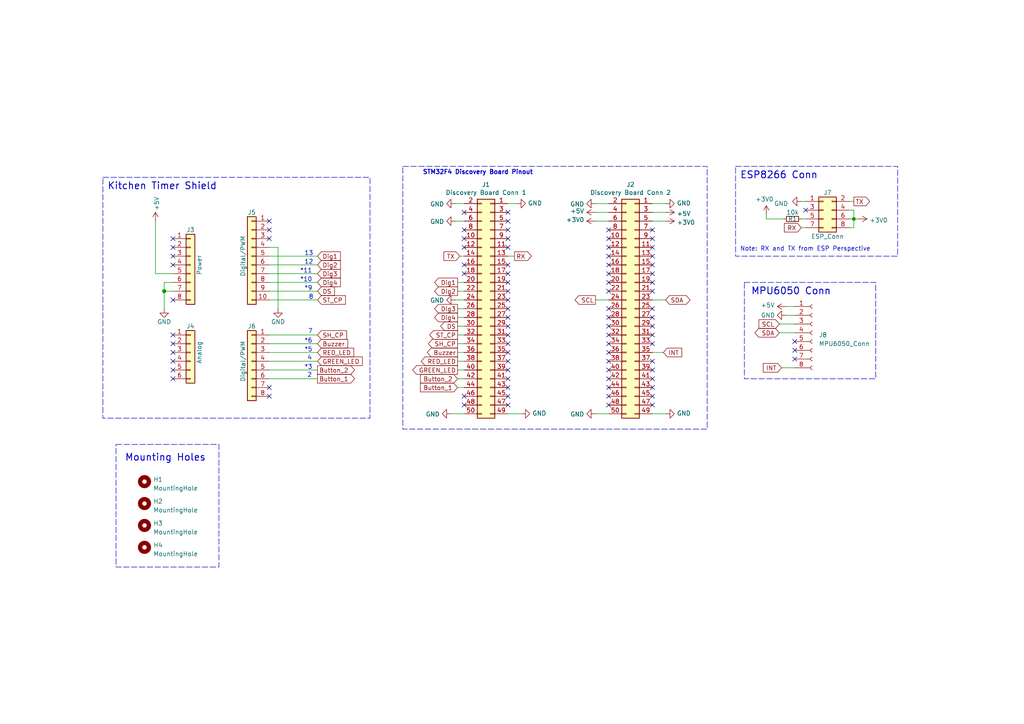
<source format=kicad_sch>
(kicad_sch (version 20230121) (generator eeschema)
  (paper "A4")
  (title_block (title "STM32F4 Kitchen Timer Shield") (date "2023-05-07") (rev "1.0"))
  (lib_symbols
    (symbol "Connector:Conn_01x08_Socket" (pin_names (offset 1.016) hide)
      (property "Reference" "J" (at 0 10.16 0))
      (property "Value" "Conn_01x08_Socket" (at 0 -12.7 0))
      (symbol "Conn_01x08_Socket_1_1"
        (arc (start 0 -9.652) (mid -0.5058 -10.16) (end 0 -10.668) (stroke (width 0.1524)))
        (arc (start 0 -7.112) (mid -0.5058 -7.62) (end 0 -8.128) (stroke (width 0.1524)))
        (arc (start 0 -4.572) (mid -0.5058 -5.08) (end 0 -5.588) (stroke (width 0.1524)))
        (arc (start 0 -2.032) (mid -0.5058 -2.54) (end 0 -3.048) (stroke (width 0.1524)))
        (polyline (pts (xy -1.27 -10.16) (xy -0.508 -10.16)) (stroke (width 0.1524)))
        (polyline (pts (xy -1.27 -7.62) (xy -0.508 -7.62)) (stroke (width 0.1524)))
        (polyline (pts (xy -1.27 -5.08) (xy -0.508 -5.08)) (stroke (width 0.1524)))
        (polyline (pts (xy -1.27 -2.54) (xy -0.508 -2.54)) (stroke (width 0.1524)))
        (polyline (pts (xy -1.27 0) (xy -0.508 0)) (stroke (width 0.1524)))
        (polyline (pts (xy -1.27 2.54) (xy -0.508 2.54)) (stroke (width 0.1524)))
        (polyline (pts (xy -1.27 5.08) (xy -0.508 5.08)) (stroke (width 0.1524)))
        (polyline (pts (xy -1.27 7.62) (xy -0.508 7.62)) (stroke (width 0.1524)))
        (arc (start 0 0.508) (mid -0.5058 0) (end 0 -0.508) (stroke (width 0.1524)))
        (arc (start 0 3.048) (mid -0.5058 2.54) (end 0 2.032) (stroke (width 0.1524)))
        (arc (start 0 5.588) (mid -0.5058 5.08) (end 0 4.572) (stroke (width 0.1524)))
        (arc (start 0 8.128) (mid -0.5058 7.62) (end 0 7.112) (stroke (width 0.1524)))
        (pin passive line (at -5.08 7.62 0) (length 3.81) (name "Pin_1") (number "1"))
        (pin passive line (at -5.08 5.08 0) (length 3.81) (name "Pin_2") (number "2"))
        (pin passive line (at -5.08 2.54 0) (length 3.81) (name "Pin_3") (number "3"))
        (pin passive line (at -5.08 0 0) (length 3.81) (name "Pin_4") (number "4"))
        (pin passive line (at -5.08 -2.54 0) (length 3.81) (name "Pin_5") (number "5"))
        (pin passive line (at -5.08 -5.08 0) (length 3.81) (name "Pin_6") (number "6"))
        (pin passive line (at -5.08 -7.62 0) (length 3.81) (name "Pin_7") (number "7"))
        (pin passive line (at -5.08 -10.16 0) (length 3.81) (name "Pin_8") (number "8"))
      )
    )
    (symbol "Connector_Generic:Conn_01x06" (pin_names (offset 1.016) hide)
      (property "Reference" "J" (at 0 7.62 0))
      (property "Value" "Conn_01x06" (at 0 -10.16 0))
      (symbol "Conn_01x06_1_1"
        (rectangle (start -1.27 -7.493) (end 0 -7.747) (stroke (width 0.1524)))
        (rectangle (start -1.27 -4.953) (end 0 -5.207) (stroke (width 0.1524)))
        (rectangle (start -1.27 -2.413) (end 0 -2.667) (stroke (width 0.1524)))
        (rectangle (start -1.27 0.127) (end 0 -0.127) (stroke (width 0.1524)))
        (rectangle (start -1.27 2.667) (end 0 2.413) (stroke (width 0.1524)))
        (rectangle (start -1.27 5.207) (end 0 4.953) (stroke (width 0.1524)))
        (rectangle (start -1.27 6.35) (end 1.27 -8.89) (stroke (width 0.254)) (fill (type background)))
        (pin passive line (at -5.08 5.08 0) (length 3.81) (name "Pin_1") (number "1"))
        (pin passive line (at -5.08 2.54 0) (length 3.81) (name "Pin_2") (number "2"))
        (pin passive line (at -5.08 0 0) (length 3.81) (name "Pin_3") (number "3"))
        (pin passive line (at -5.08 -2.54 0) (length 3.81) (name "Pin_4") (number "4"))
        (pin passive line (at -5.08 -5.08 0) (length 3.81) (name "Pin_5") (number "5"))
        (pin passive line (at -5.08 -7.62 0) (length 3.81) (name "Pin_6") (number "6"))
      )
    )
    (symbol "Connector_Generic:Conn_01x08" (pin_names (offset 1.016) hide)
      (property "Reference" "J" (at 0 10.16 0))
      (property "Value" "Conn_01x08" (at 0 -12.7 0))
      (symbol "Conn_01x08_1_1"
        (rectangle (start -1.27 -10.033) (end 0 -10.287) (stroke (width 0.1524)))
        (rectangle (start -1.27 -7.493) (end 0 -7.747) (stroke (width 0.1524)))
        (rectangle (start -1.27 -4.953) (end 0 -5.207) (stroke (width 0.1524)))
        (rectangle (start -1.27 -2.413) (end 0 -2.667) (stroke (width 0.1524)))
        (rectangle (start -1.27 0.127) (end 0 -0.127) (stroke (width 0.1524)))
        (rectangle (start -1.27 2.667) (end 0 2.413) (stroke (width 0.1524)))
        (rectangle (start -1.27 5.207) (end 0 4.953) (stroke (width 0.1524)))
        (rectangle (start -1.27 7.747) (end 0 7.493) (stroke (width 0.1524)))
        (rectangle (start -1.27 8.89) (end 1.27 -11.43) (stroke (width 0.254)) (fill (type background)))
        (pin passive line (at -5.08 7.62 0) (length 3.81) (name "Pin_1") (number "1"))
        (pin passive line (at -5.08 5.08 0) (length 3.81) (name "Pin_2") (number "2"))
        (pin passive line (at -5.08 2.54 0) (length 3.81) (name "Pin_3") (number "3"))
        (pin passive line (at -5.08 0 0) (length 3.81) (name "Pin_4") (number "4"))
        (pin passive line (at -5.08 -2.54 0) (length 3.81) (name "Pin_5") (number "5"))
        (pin passive line (at -5.08 -5.08 0) (length 3.81) (name "Pin_6") (number "6"))
        (pin passive line (at -5.08 -7.62 0) (length 3.81) (name "Pin_7") (number "7"))
        (pin passive line (at -5.08 -10.16 0) (length 3.81) (name "Pin_8") (number "8"))
      )
    )
    (symbol "Connector_Generic:Conn_01x10" (pin_names (offset 1.016) hide)
      (property "Reference" "J" (at 0 12.7 0))
      (property "Value" "Conn_01x10" (at 0 -15.24 0))
      (symbol "Conn_01x10_1_1"
        (rectangle (start -1.27 -12.573) (end 0 -12.827) (stroke (width 0.1524)))
        (rectangle (start -1.27 -10.033) (end 0 -10.287) (stroke (width 0.1524)))
        (rectangle (start -1.27 -7.493) (end 0 -7.747) (stroke (width 0.1524)))
        (rectangle (start -1.27 -4.953) (end 0 -5.207) (stroke (width 0.1524)))
        (rectangle (start -1.27 -2.413) (end 0 -2.667) (stroke (width 0.1524)))
        (rectangle (start -1.27 0.127) (end 0 -0.127) (stroke (width 0.1524)))
        (rectangle (start -1.27 2.667) (end 0 2.413) (stroke (width 0.1524)))
        (rectangle (start -1.27 5.207) (end 0 4.953) (stroke (width 0.1524)))
        (rectangle (start -1.27 7.747) (end 0 7.493) (stroke (width 0.1524)))
        (rectangle (start -1.27 10.287) (end 0 10.033) (stroke (width 0.1524)))
        (rectangle (start -1.27 11.43) (end 1.27 -13.97) (stroke (width 0.254)) (fill (type background)))
        (pin passive line (at -5.08 10.16 0) (length 3.81) (name "Pin_1") (number "1"))
        (pin passive line (at -5.08 -12.7 0) (length 3.81) (name "Pin_10") (number "10"))
        (pin passive line (at -5.08 7.62 0) (length 3.81) (name "Pin_2") (number "2"))
        (pin passive line (at -5.08 5.08 0) (length 3.81) (name "Pin_3") (number "3"))
        (pin passive line (at -5.08 2.54 0) (length 3.81) (name "Pin_4") (number "4"))
        (pin passive line (at -5.08 0 0) (length 3.81) (name "Pin_5") (number "5"))
        (pin passive line (at -5.08 -2.54 0) (length 3.81) (name "Pin_6") (number "6"))
        (pin passive line (at -5.08 -5.08 0) (length 3.81) (name "Pin_7") (number "7"))
        (pin passive line (at -5.08 -7.62 0) (length 3.81) (name "Pin_8") (number "8"))
        (pin passive line (at -5.08 -10.16 0) (length 3.81) (name "Pin_9") (number "9"))
      )
    )
    (symbol "Connector_Generic:Conn_02x04_Odd_Even" (pin_names (offset 1.016) hide)
      (property "Reference" "J" (at 1.27 5.08 0))
      (property "Value" "Conn_02x04_Odd_Even" (at 1.27 -7.62 0))
      (symbol "Conn_02x04_Odd_Even_1_1"
        (rectangle (start -1.27 -4.953) (end 0 -5.207) (stroke (width 0.1524)))
        (rectangle (start -1.27 -2.413) (end 0 -2.667) (stroke (width 0.1524)))
        (rectangle (start -1.27 0.127) (end 0 -0.127) (stroke (width 0.1524)))
        (rectangle (start -1.27 2.667) (end 0 2.413) (stroke (width 0.1524)))
        (rectangle (start -1.27 3.81) (end 3.81 -6.35) (stroke (width 0.254)) (fill (type background)))
        (rectangle (start 3.81 -4.953) (end 2.54 -5.207) (stroke (width 0.1524)))
        (rectangle (start 3.81 -2.413) (end 2.54 -2.667) (stroke (width 0.1524)))
        (rectangle (start 3.81 0.127) (end 2.54 -0.127) (stroke (width 0.1524)))
        (rectangle (start 3.81 2.667) (end 2.54 2.413) (stroke (width 0.1524)))
        (pin passive line (at -5.08 2.54 0) (length 3.81) (name "Pin_1") (number "1"))
        (pin passive line (at 7.62 2.54 180) (length 3.81) (name "Pin_2") (number "2"))
        (pin passive line (at -5.08 0 0) (length 3.81) (name "Pin_3") (number "3"))
        (pin passive line (at 7.62 0 180) (length 3.81) (name "Pin_4") (number "4"))
        (pin passive line (at -5.08 -2.54 0) (length 3.81) (name "Pin_5") (number "5"))
        (pin passive line (at 7.62 -2.54 180) (length 3.81) (name "Pin_6") (number "6"))
        (pin passive line (at -5.08 -5.08 0) (length 3.81) (name "Pin_7") (number "7"))
        (pin passive line (at 7.62 -5.08 180) (length 3.81) (name "Pin_8") (number "8"))
      )
    )
    (symbol "Connector_Generic:Conn_02x25_Odd_Even" (pin_names (offset 1.016) hide)
      (property "Reference" "J" (at 1.27 33.02 0))
      (property "Value" "Conn_02x25_Odd_Even" (at 1.27 -33.02 0))
      (symbol "Conn_02x25_Odd_Even_1_1"
        (rectangle (start -1.27 -30.353) (end 0 -30.607) (stroke (width 0.1524)))
        (rectangle (start -1.27 -27.813) (end 0 -28.067) (stroke (width 0.1524)))
        (rectangle (start -1.27 -25.273) (end 0 -25.527) (stroke (width 0.1524)))
        (rectangle (start -1.27 -22.733) (end 0 -22.987) (stroke (width 0.1524)))
        (rectangle (start -1.27 -20.193) (end 0 -20.447) (stroke (width 0.1524)))
        (rectangle (start -1.27 -17.653) (end 0 -17.907) (stroke (width 0.1524)))
        (rectangle (start -1.27 -15.113) (end 0 -15.367) (stroke (width 0.1524)))
        (rectangle (start -1.27 -12.573) (end 0 -12.827) (stroke (width 0.1524)))
        (rectangle (start -1.27 -10.033) (end 0 -10.287) (stroke (width 0.1524)))
        (rectangle (start -1.27 -7.493) (end 0 -7.747) (stroke (width 0.1524)))
        (rectangle (start -1.27 -4.953) (end 0 -5.207) (stroke (width 0.1524)))
        (rectangle (start -1.27 -2.413) (end 0 -2.667) (stroke (width 0.1524)))
        (rectangle (start -1.27 0.127) (end 0 -0.127) (stroke (width 0.1524)))
        (rectangle (start -1.27 2.667) (end 0 2.413) (stroke (width 0.1524)))
        (rectangle (start -1.27 5.207) (end 0 4.953) (stroke (width 0.1524)))
        (rectangle (start -1.27 7.747) (end 0 7.493) (stroke (width 0.1524)))
        (rectangle (start -1.27 10.287) (end 0 10.033) (stroke (width 0.1524)))
        (rectangle (start -1.27 12.827) (end 0 12.573) (stroke (width 0.1524)))
        (rectangle (start -1.27 15.367) (end 0 15.113) (stroke (width 0.1524)))
        (rectangle (start -1.27 17.907) (end 0 17.653) (stroke (width 0.1524)))
        (rectangle (start -1.27 20.447) (end 0 20.193) (stroke (width 0.1524)))
        (rectangle (start -1.27 22.987) (end 0 22.733) (stroke (width 0.1524)))
        (rectangle (start -1.27 25.527) (end 0 25.273) (stroke (width 0.1524)))
        (rectangle (start -1.27 28.067) (end 0 27.813) (stroke (width 0.1524)))
        (rectangle (start -1.27 30.607) (end 0 30.353) (stroke (width 0.1524)))
        (rectangle (start -1.27 31.75) (end 3.81 -31.75) (stroke (width 0.254)) (fill (type background)))
        (rectangle (start 3.81 -30.353) (end 2.54 -30.607) (stroke (width 0.1524)))
        (rectangle (start 3.81 -27.813) (end 2.54 -28.067) (stroke (width 0.1524)))
        (rectangle (start 3.81 -25.273) (end 2.54 -25.527) (stroke (width 0.1524)))
        (rectangle (start 3.81 -22.733) (end 2.54 -22.987) (stroke (width 0.1524)))
        (rectangle (start 3.81 -20.193) (end 2.54 -20.447) (stroke (width 0.1524)))
        (rectangle (start 3.81 -17.653) (end 2.54 -17.907) (stroke (width 0.1524)))
        (rectangle (start 3.81 -15.113) (end 2.54 -15.367) (stroke (width 0.1524)))
        (rectangle (start 3.81 -12.573) (end 2.54 -12.827) (stroke (width 0.1524)))
        (rectangle (start 3.81 -10.033) (end 2.54 -10.287) (stroke (width 0.1524)))
        (rectangle (start 3.81 -7.493) (end 2.54 -7.747) (stroke (width 0.1524)))
        (rectangle (start 3.81 -4.953) (end 2.54 -5.207) (stroke (width 0.1524)))
        (rectangle (start 3.81 -2.413) (end 2.54 -2.667) (stroke (width 0.1524)))
        (rectangle (start 3.81 0.127) (end 2.54 -0.127) (stroke (width 0.1524)))
        (rectangle (start 3.81 2.667) (end 2.54 2.413) (stroke (width 0.1524)))
        (rectangle (start 3.81 5.207) (end 2.54 4.953) (stroke (width 0.1524)))
        (rectangle (start 3.81 7.747) (end 2.54 7.493) (stroke (width 0.1524)))
        (rectangle (start 3.81 10.287) (end 2.54 10.033) (stroke (width 0.1524)))
        (rectangle (start 3.81 12.827) (end 2.54 12.573) (stroke (width 0.1524)))
        (rectangle (start 3.81 15.367) (end 2.54 15.113) (stroke (width 0.1524)))
        (rectangle (start 3.81 17.907) (end 2.54 17.653) (stroke (width 0.1524)))
        (rectangle (start 3.81 20.447) (end 2.54 20.193) (stroke (width 0.1524)))
        (rectangle (start 3.81 22.987) (end 2.54 22.733) (stroke (width 0.1524)))
        (rectangle (start 3.81 25.527) (end 2.54 25.273) (stroke (width 0.1524)))
        (rectangle (start 3.81 28.067) (end 2.54 27.813) (stroke (width 0.1524)))
        (rectangle (start 3.81 30.607) (end 2.54 30.353) (stroke (width 0.1524)))
        (pin passive line (at -5.08 30.48 0) (length 3.81) (name "Pin_1") (number "1"))
        (pin passive line (at 7.62 20.32 180) (length 3.81) (name "Pin_10") (number "10"))
        (pin passive line (at -5.08 17.78 0) (length 3.81) (name "Pin_11") (number "11"))
        (pin passive line (at 7.62 17.78 180) (length 3.81) (name "Pin_12") (number "12"))
        (pin passive line (at -5.08 15.24 0) (length 3.81) (name "Pin_13") (number "13"))
        (pin passive line (at 7.62 15.24 180) (length 3.81) (name "Pin_14") (number "14"))
        (pin passive line (at -5.08 12.7 0) (length 3.81) (name "Pin_15") (number "15"))
        (pin passive line (at 7.62 12.7 180) (length 3.81) (name "Pin_16") (number "16"))
        (pin passive line (at -5.08 10.16 0) (length 3.81) (name "Pin_17") (number "17"))
        (pin passive line (at 7.62 10.16 180) (length 3.81) (name "Pin_18") (number "18"))
        (pin passive line (at -5.08 7.62 0) (length 3.81) (name "Pin_19") (number "19"))
        (pin passive line (at 7.62 30.48 180) (length 3.81) (name "Pin_2") (number "2"))
        (pin passive line (at 7.62 7.62 180) (length 3.81) (name "Pin_20") (number "20"))
        (pin passive line (at -5.08 5.08 0) (length 3.81) (name "Pin_21") (number "21"))
        (pin passive line (at 7.62 5.08 180) (length 3.81) (name "Pin_22") (number "22"))
        (pin passive line (at -5.08 2.54 0) (length 3.81) (name "Pin_23") (number "23"))
        (pin passive line (at 7.62 2.54 180) (length 3.81) (name "Pin_24") (number "24"))
        (pin passive line (at -5.08 0 0) (length 3.81) (name "Pin_25") (number "25"))
        (pin passive line (at 7.62 0 180) (length 3.81) (name "Pin_26") (number "26"))
        (pin passive line (at -5.08 -2.54 0) (length 3.81) (name "Pin_27") (number "27"))
        (pin passive line (at 7.62 -2.54 180) (length 3.81) (name "Pin_28") (number "28"))
        (pin passive line (at -5.08 -5.08 0) (length 3.81) (name "Pin_29") (number "29"))
        (pin passive line (at -5.08 27.94 0) (length 3.81) (name "Pin_3") (number "3"))
        (pin passive line (at 7.62 -5.08 180) (length 3.81) (name "Pin_30") (number "30"))
        (pin passive line (at -5.08 -7.62 0) (length 3.81) (name "Pin_31") (number "31"))
        (pin passive line (at 7.62 -7.62 180) (length 3.81) (name "Pin_32") (number "32"))
        (pin passive line (at -5.08 -10.16 0) (length 3.81) (name "Pin_33") (number "33"))
        (pin passive line (at 7.62 -10.16 180) (length 3.81) (name "Pin_34") (number "34"))
        (pin passive line (at -5.08 -12.7 0) (length 3.81) (name "Pin_35") (number "35"))
        (pin passive line (at 7.62 -12.7 180) (length 3.81) (name "Pin_36") (number "36"))
        (pin passive line (at -5.08 -15.24 0) (length 3.81) (name "Pin_37") (number "37"))
        (pin passive line (at 7.62 -15.24 180) (length 3.81) (name "Pin_38") (number "38"))
        (pin passive line (at -5.08 -17.78 0) (length 3.81) (name "Pin_39") (number "39"))
        (pin passive line (at 7.62 27.94 180) (length 3.81) (name "Pin_4") (number "4"))
        (pin passive line (at 7.62 -17.78 180) (length 3.81) (name "Pin_40") (number "40"))
        (pin passive line (at -5.08 -20.32 0) (length 3.81) (name "Pin_41") (number "41"))
        (pin passive line (at 7.62 -20.32 180) (length 3.81) (name "Pin_42") (number "42"))
        (pin passive line (at -5.08 -22.86 0) (length 3.81) (name "Pin_43") (number "43"))
        (pin passive line (at 7.62 -22.86 180) (length 3.81) (name "Pin_44") (number "44"))
        (pin passive line (at -5.08 -25.4 0) (length 3.81) (name "Pin_45") (number "45"))
        (pin passive line (at 7.62 -25.4 180) (length 3.81) (name "Pin_46") (number "46"))
        (pin passive line (at -5.08 -27.94 0) (length 3.81) (name "Pin_47") (number "47"))
        (pin passive line (at 7.62 -27.94 180) (length 3.81) (name "Pin_48") (number "48"))
        (pin passive line (at -5.08 -30.48 0) (length 3.81) (name "Pin_49") (number "49"))
        (pin passive line (at -5.08 25.4 0) (length 3.81) (name "Pin_5") (number "5"))
        (pin passive line (at 7.62 -30.48 180) (length 3.81) (name "Pin_50") (number "50"))
        (pin passive line (at 7.62 25.4 180) (length 3.81) (name "Pin_6") (number "6"))
        (pin passive line (at -5.08 22.86 0) (length 3.81) (name "Pin_7") (number "7"))
        (pin passive line (at 7.62 22.86 180) (length 3.81) (name "Pin_8") (number "8"))
        (pin passive line (at -5.08 20.32 0) (length 3.81) (name "Pin_9") (number "9"))
      )
    )
    (symbol "Device:R_Small" (pin_numbers hide) (pin_names (offset 0.254) hide)
      (property "Reference" "R" (at 0.762 0.508 0))
      (property "Value" "R_Small" (at 0.762 -1.016 0))
      (symbol "R_Small_0_1"
        (rectangle (start -0.762 1.778) (end 0.762 -1.778) (stroke (width 0.2032)))
      )
      (symbol "R_Small_1_1"
        (pin passive line (at 0 2.54 270) (length 0.762) (name "~") (number "1"))
        (pin passive line (at 0 -2.54 90) (length 0.762) (name "~") (number "2"))
      )
    )
    (symbol "Mechanical:MountingHole" (pin_names (offset 1.016))
      (property "Reference" "H" (at 0 5.08 0))
      (property "Value" "MountingHole" (at 0 3.175 0))
      (symbol "MountingHole_0_1"
        (circle (center 0 0) (radius 1.27) (stroke (width 1.27)))
      )
    )
    (symbol "power:+3V0" (power) (pin_names (offset 0))
      (property "Value" "+3V0" (at 0 3.556 0))
      (symbol "+3V0_0_1"
        (polyline (pts (xy -0.762 1.27) (xy 0 2.54)))
        (polyline (pts (xy 0 0) (xy 0 2.54)))
        (polyline (pts (xy 0 2.54) (xy 0.762 1.27)))
      )
      (symbol "+3V0_1_1"
        (pin power_in line (at 0 0 90) (length 0) hide (name "+3V0") (number "1"))
      )
    )
    (symbol "power:+5V" (power) (pin_names (offset 0))
      (property "Value" "+5V" (at 0 3.556 0))
      (symbol "+5V_0_1"
        (polyline (pts (xy -0.762 1.27) (xy 0 2.54)))
        (polyline (pts (xy 0 0) (xy 0 2.54)))
        (polyline (pts (xy 0 2.54) (xy 0.762 1.27)))
      )
      (symbol "+5V_1_1"
        (pin power_in line (at 0 0 90) (length 0) hide (name "+5V") (number "1"))
      )
    )
    (symbol "power:GND" (power) (pin_names (offset 0))
      (property "Value" "GND" (at 0 -3.81 0))
      (symbol "GND_0_1"
        (polyline (pts (xy 0 0) (xy 0 -1.27) (xy 1.27 -1.27) (xy 0 -2.54) (xy -1.27 -1.27) (xy 0 -1.27)))
      )
      (symbol "GND_1_1"
        (pin power_in line (at 0 0 270) (length 0) hide (name "GND") (number "1"))
      )
    )
  )
  (junction (at 47.625 84.455) (diameter 1.016))
  (junction (at 247.65 63.5))
  (no_connect (at 147.32 89.535))
  (no_connect (at 134.62 71.755))
  (no_connect (at 189.23 104.775))
  (no_connect (at 147.32 61.595))
  (no_connect (at 50.165 99.695))
  (no_connect (at 176.53 66.675))
  (no_connect (at 230.505 99.06))
  (no_connect (at 134.62 69.215))
  (no_connect (at 176.53 109.855))
  (no_connect (at 134.62 61.595))
  (no_connect (at 189.23 69.215))
  (no_connect (at 147.32 99.695))
  (no_connect (at 189.23 112.395))
  (no_connect (at 189.23 71.755))
  (no_connect (at 176.53 79.375))
  (no_connect (at 176.53 84.455))
  (no_connect (at 189.23 81.915))
  (no_connect (at 147.32 109.855))
  (no_connect (at 189.23 109.855))
  (no_connect (at 147.32 84.455))
  (no_connect (at 78.105 64.135))
  (no_connect (at 134.62 117.475))
  (no_connect (at 147.32 112.395))
  (no_connect (at 189.23 99.695))
  (no_connect (at 50.165 97.155))
  (no_connect (at 147.32 76.835))
  (no_connect (at 176.53 104.775))
  (no_connect (at 189.23 89.535))
  (no_connect (at 147.32 104.775))
  (no_connect (at 189.23 74.295))
  (no_connect (at 147.32 114.935))
  (no_connect (at 78.105 112.395))
  (no_connect (at 176.53 81.915))
  (no_connect (at 176.53 99.695))
  (no_connect (at 78.105 69.215))
  (no_connect (at 147.32 81.915))
  (no_connect (at 176.53 71.755))
  (no_connect (at 176.53 94.615))
  (no_connect (at 50.165 86.995))
  (no_connect (at 147.32 64.135))
  (no_connect (at 176.53 76.835))
  (no_connect (at 189.23 94.615))
  (no_connect (at 134.62 76.835))
  (no_connect (at 230.505 101.6))
  (no_connect (at 78.105 66.675))
  (no_connect (at 176.53 114.935))
  (no_connect (at 176.53 69.215))
  (no_connect (at 147.32 92.075))
  (no_connect (at 50.165 76.835))
  (no_connect (at 147.32 117.475))
  (no_connect (at 147.32 69.215))
  (no_connect (at 50.165 71.755))
  (no_connect (at 176.53 89.535))
  (no_connect (at 176.53 102.235))
  (no_connect (at 189.23 117.475))
  (no_connect (at 230.505 104.14))
  (no_connect (at 147.32 86.995))
  (no_connect (at 233.68 60.96))
  (no_connect (at 189.23 107.315))
  (no_connect (at 134.62 66.675))
  (no_connect (at 176.53 112.395))
  (no_connect (at 176.53 92.075))
  (no_connect (at 50.165 102.235))
  (no_connect (at 189.23 76.835))
  (no_connect (at 189.23 79.375))
  (no_connect (at 189.23 97.155))
  (no_connect (at 147.32 102.235))
  (no_connect (at 50.165 109.855))
  (no_connect (at 147.32 79.375))
  (no_connect (at 189.23 114.935))
  (no_connect (at 176.53 117.475))
  (no_connect (at 189.23 66.675))
  (no_connect (at 176.53 74.295))
  (no_connect (at 176.53 107.315))
  (no_connect (at 176.53 97.155))
  (no_connect (at 147.32 97.155))
  (no_connect (at 189.23 84.455))
  (no_connect (at 134.62 114.935))
  (no_connect (at 50.165 104.775))
  (no_connect (at 134.62 79.375))
  (no_connect (at 50.165 69.215))
  (no_connect (at 78.105 114.935))
  (no_connect (at 147.32 107.315))
  (no_connect (at 50.165 107.315))
  (no_connect (at 50.165 74.295))
  (no_connect (at 147.32 94.615))
  (no_connect (at 147.32 66.675))
  (no_connect (at 189.23 92.075))
  (no_connect (at 147.32 71.755))
  (wire (pts (xy 132.08 64.135) (xy 134.62 64.135)))
  (wire (pts (xy 226.06 96.52) (xy 230.505 96.52)))
  (wire (pts (xy 246.38 58.42) (xy 247.65 58.42)))
  (wire (pts (xy 132.08 59.055) (xy 134.62 59.055)))
  (wire (pts (xy 78.105 81.915) (xy 92.075 81.915)))
  (wire (pts (xy 47.625 81.915) (xy 47.625 84.455)))
  (wire (pts (xy 132.715 109.855) (xy 134.62 109.855)))
  (wire (pts (xy 132.715 92.075) (xy 134.62 92.075)))
  (wire (pts (xy 78.105 76.835) (xy 92.075 76.835)))
  (wire (pts (xy 189.23 59.055) (xy 193.04 59.055)))
  (wire (pts (xy 132.715 107.315) (xy 134.62 107.315)))
  (wire (pts (xy 227.965 91.44) (xy 230.505 91.44)))
  (wire (pts (xy 232.41 58.42) (xy 233.68 58.42)))
  (wire (pts (xy 189.23 120.015) (xy 193.04 120.015)))
  (wire (pts (xy 132.715 112.395) (xy 134.62 112.395)))
  (wire (pts (xy 80.645 71.755) (xy 80.645 89.535)))
  (wire (pts (xy 78.105 109.855) (xy 92.075 109.855)))
  (wire (pts (xy 227.965 88.9) (xy 230.505 88.9)))
  (wire (pts (xy 132.715 94.615) (xy 134.62 94.615)))
  (wire (pts (xy 78.105 102.235) (xy 92.075 102.235)))
  (wire (pts (xy 132.715 97.155) (xy 134.62 97.155)))
  (wire (pts (xy 147.32 74.295) (xy 149.225 74.295)))
  (wire (pts (xy 151.13 120.015) (xy 147.32 120.015)))
  (wire (pts (xy 132.715 89.535) (xy 134.62 89.535)))
  (wire (pts (xy 78.105 99.695) (xy 92.075 99.695)))
  (wire (pts (xy 232.41 63.5) (xy 233.68 63.5)))
  (wire (pts (xy 132.715 81.915) (xy 134.62 81.915)))
  (wire (pts (xy 50.165 81.915) (xy 47.625 81.915)))
  (wire (pts (xy 133.35 74.295) (xy 134.62 74.295)))
  (wire (pts (xy 189.23 64.135) (xy 193.04 64.135)))
  (wire (pts (xy 78.105 84.455) (xy 92.075 84.455)))
  (wire (pts (xy 78.105 107.315) (xy 92.075 107.315)))
  (wire (pts (xy 149.86 59.055) (xy 147.32 59.055)))
  (wire (pts (xy 246.38 63.5) (xy 247.65 63.5)))
  (wire (pts (xy 246.38 66.04) (xy 247.65 66.04)))
  (wire (pts (xy 172.72 61.595) (xy 176.53 61.595)))
  (wire (pts (xy 45.085 64.135) (xy 45.085 79.375)))
  (wire (pts (xy 78.105 104.775) (xy 92.075 104.775)))
  (wire (pts (xy 172.72 120.015) (xy 176.53 120.015)))
  (wire (pts (xy 247.65 60.96) (xy 247.65 63.5)))
  (wire (pts (xy 132.08 86.995) (xy 134.62 86.995)))
  (wire (pts (xy 189.23 61.595) (xy 193.04 61.595)))
  (wire (pts (xy 227.33 63.5) (xy 222.25 63.5)))
  (wire (pts (xy 172.72 86.995) (xy 176.53 86.995)))
  (wire (pts (xy 50.165 84.455) (xy 47.625 84.455)))
  (wire (pts (xy 132.715 99.695) (xy 134.62 99.695)))
  (wire (pts (xy 47.625 84.455) (xy 47.625 89.535)))
  (wire (pts (xy 247.65 63.5) (xy 247.65 66.04)))
  (wire (pts (xy 78.105 79.375) (xy 92.075 79.375)))
  (wire (pts (xy 172.72 64.135) (xy 176.53 64.135)))
  (wire (pts (xy 78.105 71.755) (xy 80.645 71.755)))
  (wire (pts (xy 78.105 86.995) (xy 92.075 86.995)))
  (wire (pts (xy 45.085 79.375) (xy 50.165 79.375)))
  (wire (pts (xy 130.81 120.015) (xy 134.62 120.015)))
  (wire (pts (xy 247.65 63.5) (xy 248.92 63.5)))
  (wire (pts (xy 226.695 106.68) (xy 230.505 106.68)))
  (wire (pts (xy 226.06 93.98) (xy 230.505 93.98)))
  (wire (pts (xy 246.38 60.96) (xy 247.65 60.96)))
  (wire (pts (xy 78.105 74.295) (xy 92.075 74.295)))
  (wire (pts (xy 232.41 66.04) (xy 233.68 66.04)))
  (wire (pts (xy 189.23 86.995) (xy 193.04 86.995)))
  (wire (pts (xy 189.23 102.235) (xy 192.405 102.235)))
  (wire (pts (xy 222.25 63.5) (xy 222.25 62.23)))
  (wire (pts (xy 172.72 59.055) (xy 176.53 59.055)))
  (wire (pts (xy 132.715 104.775) (xy 134.62 104.775)))
  (wire (pts (xy 132.715 102.235) (xy 134.62 102.235)))
  (wire (pts (xy 132.715 84.455) (xy 134.62 84.455)))
  (wire (pts (xy 78.105 97.155) (xy 92.075 97.155)))
  (rectangle (start 29.845 51.435) (end 107.315 121.285) (stroke (width 0) (type dash)))
  (rectangle (start 215.9 81.915) (end 254 109.855) (stroke (width 0) (type dash)))
  (rectangle (start 116.84 48.26) (end 205.105 124.46) (stroke (width 0) (type dash)))
  (rectangle (start 213.36 48.26) (end 260.35 74.295) (stroke (width 0) (type dash)))
  (rectangle (start 33.655 128.905) (end 63.5 164.465) (stroke (width 0) (type dash)))
  (text "Note: RX and TX from ESP Perspective" (at 214.63 73.025 0) (effects (font (size 1.27 1.27)) (justify left bottom)))
  (text "MPU6050 Conn\n" (at 217.805 85.725 0) (effects (font (size 2 2) (thickness 0.254) bold) (justify left bottom)))
  (text "4" (at 89.1287 104.6342 0) (effects (font (size 1.27 1.27)) (justify left bottom)))
  (text "*5\n" (at 88.265 102.235 0) (effects (font (size 1.27 1.27)) (justify left bottom)))
  (text "*3" (at 88.265 107.315 0) (effects (font (size 1.27 1.27)) (justify left bottom)))
  (text "ESP8266 Conn\n" (at 214.63 52.07 0) (effects (font (size 2 2) (thickness 0.254) bold) (justify left bottom)))
  (text "*10\n" (at 86.995 81.915 0) (effects (font (size 1.27 1.27)) (justify left bottom)))
  (text "13\n" (at 88.265 74.295 0) (effects (font (size 1.27 1.27)) (justify left bottom)))
  (text "7" (at 89.2966 96.9326 0) (effects (font (size 1.27 1.27)) (justify left bottom)))
  (text "2" (at 89.1047 109.6247 0) (effects (font (size 1.27 1.27)) (justify left bottom)))
  (text "12\n" (at 88.265 76.835 0) (effects (font (size 1.27 1.27)) (justify left bottom)))
  (text "8\n" (at 89.535 86.995 0) (effects (font (size 1.27 1.27)) (justify left bottom)))
  (text "*11" (at 86.995 79.375 0) (effects (font (size 1.27 1.27)) (justify left bottom)))
  (text "*6" (at 88.265 99.695 0) (effects (font (size 1.27 1.27)) (justify left bottom)))
  (text "Mounting Holes" (at 36.195 133.985 0) (effects (font (size 2 2) (thickness 0.254) bold) (justify left bottom)))
  (text "Kitchen Timer Shield" (at 31.115 55.245 0) (effects (font (size 2 2) (thickness 0.254) bold) (justify left bottom)))
  (text "*9\n" (at 88.265 84.455 0) (effects (font (size 1.27 1.27)) (justify left bottom)))
  (text "STM32F4 Discovery Board Pinout" (at 122.555 50.8 0) (effects (font (size 1.27 1.27) (thickness 0.254) bold) (justify left bottom)))
  (global_label "SDA" (shape bidirectional) (at 226.06 96.52 180) (property "Intersheetrefs" "${INTERSHEET_REFS}" (effects hide)))
  (global_label "Dig2" (shape input) (at 92.075 76.835 0) (property "Intersheetrefs" "${INTERSHEET_REFS}" (effects hide)))
  (global_label "Dig4" (shape output) (at 132.715 92.075 180) (property "Intersheetrefs" "${INTERSHEET_REFS}" (effects hide)))
  (global_label "SCL" (shape input) (at 226.06 93.98 180) (property "Intersheetrefs" "${INTERSHEET_REFS}" (effects hide)))
  (global_label "Buzzer" (shape input) (at 92.075 99.695 0) (property "Intersheetrefs" "${INTERSHEET_REFS}" (effects hide)))
  (global_label "RX" (shape output) (at 149.225 74.295 0) (property "Intersheetrefs" "${INTERSHEET_REFS}" (effects hide)))
  (global_label "Dig1" (shape output) (at 132.715 81.915 180) (property "Intersheetrefs" "${INTERSHEET_REFS}" (effects hide)))
  (global_label "Dig4" (shape input) (at 92.075 81.915 0) (property "Intersheetrefs" "${INTERSHEET_REFS}" (effects hide)))
  (global_label "TX" (shape output) (at 247.65 58.42 0) (property "Intersheetrefs" "${INTERSHEET_REFS}" (effects hide)))
  (global_label "INT" (shape input) (at 226.695 106.68 180) (property "Intersheetrefs" "${INTERSHEET_REFS}" (effects hide)))
  (global_label "SH_CP" (shape output) (at 132.715 99.695 180) (property "Intersheetrefs" "${INTERSHEET_REFS}" (effects hide)))
  (global_label "RX" (shape input) (at 232.41 66.04 180) (property "Intersheetrefs" "${INTERSHEET_REFS}" (effects hide)))
  (global_label "Button_1" (shape output) (at 92.075 109.855 0) (property "Intersheetrefs" "${INTERSHEET_REFS}" (effects hide)))
  (global_label "Dig3" (shape input) (at 92.075 79.375 0) (property "Intersheetrefs" "${INTERSHEET_REFS}" (effects hide)))
  (global_label "RED_LED" (shape output) (at 132.715 104.775 180) (property "Intersheetrefs" "${INTERSHEET_REFS}" (effects hide)))
  (global_label "TX" (shape input) (at 133.35 74.295 180) (property "Intersheetrefs" "${INTERSHEET_REFS}" (effects hide)))
  (global_label "Button_2" (shape input) (at 132.715 109.855 180) (property "Intersheetrefs" "${INTERSHEET_REFS}" (effects hide)))
  (global_label "RED_LED" (shape input) (at 92.075 102.235 0) (property "Intersheetrefs" "${INTERSHEET_REFS}" (effects hide)))
  (global_label "Button_2" (shape output) (at 92.075 107.315 0) (property "Intersheetrefs" "${INTERSHEET_REFS}" (effects hide)))
  (global_label "Buzzer" (shape output) (at 132.715 102.235 180) (property "Intersheetrefs" "${INTERSHEET_REFS}" (effects hide)))
  (global_label "SCL" (shape output) (at 172.72 86.995 180) (property "Intersheetrefs" "${INTERSHEET_REFS}" (effects hide)))
  (global_label "SH_CP" (shape input) (at 92.075 97.155 0) (property "Intersheetrefs" "${INTERSHEET_REFS}" (effects hide)))
  (global_label "Dig1" (shape input) (at 92.075 74.295 0) (property "Intersheetrefs" "${INTERSHEET_REFS}" (effects hide)))
  (global_label "Dig3" (shape output) (at 132.715 89.535 180) (property "Intersheetrefs" "${INTERSHEET_REFS}" (effects hide)))
  (global_label "DS" (shape input) (at 92.075 84.455 0) (property "Intersheetrefs" "${INTERSHEET_REFS}" (effects hide)))
  (global_label "ST_CP" (shape input) (at 92.075 86.995 0) (property "Intersheetrefs" "${INTERSHEET_REFS}" (effects hide)))
  (global_label "ST_CP" (shape output) (at 132.715 97.155 180) (property "Intersheetrefs" "${INTERSHEET_REFS}" (effects hide)))
  (global_label "INT" (shape input) (at 192.405 102.235 0) (property "Intersheetrefs" "${INTERSHEET_REFS}" (effects hide)))
  (global_label "GREEN_LED" (shape output) (at 132.715 107.315 180) (property "Intersheetrefs" "${INTERSHEET_REFS}" (effects hide)))
  (global_label "GREEN_LED" (shape input) (at 92.075 104.775 0) (property "Intersheetrefs" "${INTERSHEET_REFS}" (effects hide)))
  (global_label "SDA" (shape bidirectional) (at 193.04 86.995 0) (property "Intersheetrefs" "${INTERSHEET_REFS}" (effects hide)))
  (global_label "DS" (shape output) (at 132.715 94.615 180) (property "Intersheetrefs" "${INTERSHEET_REFS}" (effects hide)))
  (global_label "Button_1" (shape input) (at 132.715 112.395 180) (property "Intersheetrefs" "${INTERSHEET_REFS}" (effects hide)))
  (global_label "Dig2" (shape output) (at 132.715 84.455 180) (property "Intersheetrefs" "${INTERSHEET_REFS}" (effects hide)))
  (symbol (lib_id "power:+3V0") (at 222.25 62.23 0) (unit 1)
    (property "Reference" "#PWR019" (effects hide))
    (property "Value" "+3V0" (at 219.075 57.785 0) (effects (justify left)))
  )
  (symbol (lib_id "Mechanical:MountingHole") (at 41.91 139.7 0) (unit 1)
    (property "Reference" "H1" (at 44.45 139.065 0) (effects (justify left)))
    (property "Value" "MountingHole" (at 44.45 141.605 0) (effects (justify left)))
    (property "Footprint" "MountingHole:MountingHole_3.2mm_M3_Pad" (effects hide))
  )
  (symbol (lib_id "power:+5V") (at 45.085 64.135 0) (unit 1)
    (property "Reference" "#PWR015" (effects hide))
    (property "Value" "+5V" (at 45.4406 61.087 90) (effects (justify left)))
  )
  (symbol (lib_id "Mechanical:MountingHole") (at 41.91 146.05 0) (unit 1)
    (property "Reference" "H2" (at 44.45 145.415 0) (effects (justify left)))
    (property "Value" "MountingHole" (at 44.45 147.955 0) (effects (justify left)))
    (property "Footprint" "MountingHole:MountingHole_3.2mm_M3_Pad" (effects hide))
  )
  (symbol (lib_id "power:+5V") (at 193.04 61.595 270) (unit 1)
    (property "Reference" "#PWR011" (effects hide))
    (property "Value" "+5V" (at 196.2912 61.976 90) (effects (justify left)))
  )
  (symbol (lib_id "Connector_Generic:Conn_01x08") (at 73.025 104.775 0) (mirror y) (unit 1)
    (property "Reference" "J6" (at 73.025 94.615 0))
    (property "Value" "Digital/PWM" (at 70.485 104.775 90))
    (property "Footprint" "Connector_PinSocket_2.54mm:PinSocket_1x08_P2.54mm_Vertical" (effects hide))
  )
  (symbol (lib_id "power:GND") (at 132.08 86.995 270) (unit 1)
    (property "Reference" "#PWR021" (effects hide))
    (property "Value" "GND" (at 128.8288 87.122 90) (effects (justify right)))
  )
  (symbol (lib_id "Connector:Conn_01x08_Socket") (at 235.585 96.52 0) (unit 1)
    (property "Reference" "J8" (at 237.49 97.155 0) (effects (justify left)))
    (property "Value" "MPU6050_Conn" (at 237.49 99.695 0) (effects (justify left)))
    (property "Footprint" "Connector_PinSocket_2.54mm:PinSocket_1x08_P2.54mm_Vertical" (effects hide))
  )
  (symbol (lib_id "Mechanical:MountingHole") (at 41.91 152.4 0) (unit 1)
    (property "Reference" "H3" (at 44.45 151.765 0) (effects (justify left)))
    (property "Value" "MountingHole" (at 44.45 154.305 0) (effects (justify left)))
    (property "Footprint" "MountingHole:MountingHole_3.2mm_M3_Pad" (effects hide))
  )
  (symbol (lib_id "power:GND") (at 47.625 89.535 0) (unit 1)
    (property "Reference" "#PWR017" (effects hide))
    (property "Value" "GND" (at 47.625 93.345 0))
  )
  (symbol (lib_id "Connector_Generic:Conn_02x25_Odd_Even") (at 142.24 89.535 0) (mirror y) (unit 1)
    (property "Reference" "J1" (at 140.97 53.5432 0))
    (property "Value" "Discovery Board Conn 1" (at 140.97 55.8546 0))
    (property "Footprint" "Connector_PinSocket_2.54mm:PinSocket_2x25_P2.54mm_Vertical" (effects hide))
  )
  (symbol (lib_id "Connector_Generic:Conn_01x06") (at 55.245 102.235 0) (unit 1)
    (property "Reference" "J4" (at 55.245 94.615 0))
    (property "Value" "Analog" (at 57.785 102.235 90))
    (property "Footprint" "Connector_PinSocket_2.54mm:PinSocket_1x06_P2.54mm_Vertical" (effects hide))
  )
  (symbol (lib_id "power:GND") (at 193.04 59.055 90) (unit 1)
    (property "Reference" "#PWR010" (effects hide))
    (property "Value" "GND" (at 196.2912 58.928 90) (effects (justify right)))
  )
  (symbol (lib_id "Connector_Generic:Conn_01x10") (at 73.025 74.295 0) (mirror y) (unit 1)
    (property "Reference" "J5" (at 73.025 61.595 0))
    (property "Value" "Digital/PWM" (at 70.485 74.295 90))
    (property "Footprint" "Connector_PinSocket_2.54mm:PinSocket_1x10_P2.54mm_Vertical" (effects hide))
  )
  (symbol (lib_id "power:GND") (at 172.72 59.055 270) (unit 1)
    (property "Reference" "#PWR06" (effects hide))
    (property "Value" "GND" (at 169.4688 59.182 90) (effects (justify right)))
  )
  (symbol (lib_id "power:GND") (at 132.08 64.135 270) (unit 1)
    (property "Reference" "#PWR03" (effects hide))
    (property "Value" "GND" (at 128.8288 64.262 90) (effects (justify right)))
  )
  (symbol (lib_id "power:GND") (at 149.86 59.055 90) (unit 1)
    (property "Reference" "#PWR04" (effects hide))
    (property "Value" "GND" (at 153.1112 58.928 90) (effects (justify right)))
  )
  (symbol (lib_id "power:GND") (at 151.13 120.015 90) (unit 1)
    (property "Reference" "#PWR05" (effects hide))
    (property "Value" "GND" (at 154.3812 119.888 90) (effects (justify right)))
  )
  (symbol (lib_id "power:GND") (at 232.41 58.42 270) (unit 1)
    (property "Reference" "#PWR020" (effects hide))
    (property "Value" "GND" (at 228.6 59.055 90) (effects (justify right)))
  )
  (symbol (lib_id "power:GND") (at 130.81 120.015 270) (unit 1)
    (property "Reference" "#PWR01" (effects hide))
    (property "Value" "GND" (at 127.5588 120.142 90) (effects (justify right)))
  )
  (symbol (lib_id "power:+5V") (at 172.72 61.595 90) (unit 1)
    (property "Reference" "#PWR07" (effects hide))
    (property "Value" "+5V" (at 169.4688 61.214 90) (effects (justify left)))
  )
  (symbol (lib_id "Mechanical:MountingHole") (at 41.91 158.75 0) (unit 1)
    (property "Reference" "H4" (at 44.45 158.115 0) (effects (justify left)))
    (property "Value" "MountingHole" (at 44.45 160.655 0) (effects (justify left)))
    (property "Footprint" "MountingHole:MountingHole_3.2mm_M3_Pad" (effects hide))
  )
  (symbol (lib_id "power:GND") (at 132.08 59.055 270) (unit 1)
    (property "Reference" "#PWR02" (effects hide))
    (property "Value" "GND" (at 128.8288 59.182 90) (effects (justify right)))
  )
  (symbol (lib_id "power:+3V0") (at 172.72 64.135 90) (unit 1)
    (property "Reference" "#PWR08" (effects hide))
    (property "Value" "+3V0" (at 169.4688 63.754 90) (effects (justify left)))
  )
  (symbol (lib_id "power:GND") (at 227.965 91.44 270) (unit 1)
    (property "Reference" "#PWR016" (effects hide))
    (property "Value" "GND" (at 224.79 91.44 90) (effects (justify right)))
  )
  (symbol (lib_id "power:+5V") (at 227.965 88.9 90) (unit 1)
    (property "Reference" "#PWR014" (effects hide))
    (property "Value" "+5V" (at 224.7138 88.519 90) (effects (justify left)))
  )
  (symbol (lib_id "power:GND") (at 172.72 120.015 270) (unit 1)
    (property "Reference" "#PWR09" (effects hide))
    (property "Value" "GND" (at 169.4688 120.142 90) (effects (justify right)))
  )
  (symbol (lib_id "Connector_Generic:Conn_01x08") (at 55.245 76.835 0) (unit 1)
    (property "Reference" "J3" (at 55.245 66.675 0))
    (property "Value" "Power" (at 57.785 76.835 90))
    (property "Footprint" "Connector_PinSocket_2.54mm:PinSocket_1x08_P2.54mm_Vertical" (effects hide))
  )
  (symbol (lib_id "power:GND") (at 193.04 120.015 90) (unit 1)
    (property "Reference" "#PWR013" (effects hide))
    (property "Value" "GND" (at 196.2912 119.888 90) (effects (justify right)))
  )
  (symbol (lib_id "power:+3V0") (at 248.92 63.5 270) (unit 1)
    (property "Reference" "#PWR022" (effects hide))
    (property "Value" "+3V0" (at 252.1712 63.881 90) (effects (justify left)))
  )
  (symbol (lib_id "Device:R_Small") (at 229.87 63.5 90) (unit 1)
    (property "Reference" "R1" (at 229.87 63.5 90))
    (property "Value" "10k" (at 229.87 61.595 90))
    (property "Footprint" "Resistor_THT:R_Axial_DIN0207_L6.3mm_D2.5mm_P10.16mm_Horizontal" (effects hide))
  )
  (symbol (lib_id "Connector_Generic:Conn_02x25_Odd_Even") (at 184.15 89.535 0) (mirror y) (unit 1)
    (property "Reference" "J2" (at 182.88 53.5432 0))
    (property "Value" "Discovery Board Conn 2" (at 182.88 55.8546 0))
    (property "Footprint" "Connector_PinSocket_2.54mm:PinSocket_2x25_P2.54mm_Vertical" (effects hide))
  )
  (symbol (lib_id "Connector_Generic:Conn_02x04_Odd_Even") (at 238.76 60.96 0) (unit 1)
    (property "Reference" "J7" (at 240.03 55.88 0))
    (property "Value" "ESP_Conn" (at 240.03 68.58 0))
    (property "Footprint" "Connector_PinSocket_2.54mm:PinSocket_2x04_P2.54mm_Vertical" (effects hide))
  )
  (symbol (lib_id "power:+3V0") (at 193.04 64.135 270) (unit 1)
    (property "Reference" "#PWR012" (effects hide))
    (property "Value" "+3V0" (at 196.2912 64.516 90) (effects (justify left)))
  )
  (symbol (lib_id "power:GND") (at 80.645 89.535 0) (unit 1)
    (property "Reference" "#PWR018" (effects hide))
    (property "Value" "GND" (at 80.645 93.345 0))
  )
)
</source>
